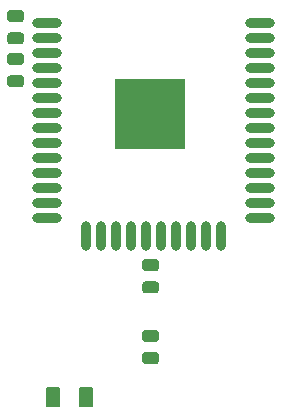
<source format=gbr>
G04 #@! TF.GenerationSoftware,KiCad,Pcbnew,(5.1.2)-1*
G04 #@! TF.CreationDate,2019-06-15T18:16:21+09:00*
G04 #@! TF.ProjectId,ESP32-breakout-THD,45535033-322d-4627-9265-616b6f75742d,rev?*
G04 #@! TF.SameCoordinates,Original*
G04 #@! TF.FileFunction,Paste,Top*
G04 #@! TF.FilePolarity,Positive*
%FSLAX46Y46*%
G04 Gerber Fmt 4.6, Leading zero omitted, Abs format (unit mm)*
G04 Created by KiCad (PCBNEW (5.1.2)-1) date 2019-06-15 18:16:21*
%MOMM*%
%LPD*%
G04 APERTURE LIST*
%ADD10C,0.100000*%
%ADD11C,1.250000*%
%ADD12O,2.500000X0.900000*%
%ADD13O,0.900000X2.500000*%
%ADD14R,6.000000X6.000000*%
%ADD15C,0.975000*%
G04 APERTURE END LIST*
D10*
G36*
X156225504Y-125872204D02*
G01*
X156249773Y-125875804D01*
X156273571Y-125881765D01*
X156296671Y-125890030D01*
X156318849Y-125900520D01*
X156339893Y-125913133D01*
X156359598Y-125927747D01*
X156377777Y-125944223D01*
X156394253Y-125962402D01*
X156408867Y-125982107D01*
X156421480Y-126003151D01*
X156431970Y-126025329D01*
X156440235Y-126048429D01*
X156446196Y-126072227D01*
X156449796Y-126096496D01*
X156451000Y-126121000D01*
X156451000Y-127371000D01*
X156449796Y-127395504D01*
X156446196Y-127419773D01*
X156440235Y-127443571D01*
X156431970Y-127466671D01*
X156421480Y-127488849D01*
X156408867Y-127509893D01*
X156394253Y-127529598D01*
X156377777Y-127547777D01*
X156359598Y-127564253D01*
X156339893Y-127578867D01*
X156318849Y-127591480D01*
X156296671Y-127601970D01*
X156273571Y-127610235D01*
X156249773Y-127616196D01*
X156225504Y-127619796D01*
X156201000Y-127621000D01*
X155451000Y-127621000D01*
X155426496Y-127619796D01*
X155402227Y-127616196D01*
X155378429Y-127610235D01*
X155355329Y-127601970D01*
X155333151Y-127591480D01*
X155312107Y-127578867D01*
X155292402Y-127564253D01*
X155274223Y-127547777D01*
X155257747Y-127529598D01*
X155243133Y-127509893D01*
X155230520Y-127488849D01*
X155220030Y-127466671D01*
X155211765Y-127443571D01*
X155205804Y-127419773D01*
X155202204Y-127395504D01*
X155201000Y-127371000D01*
X155201000Y-126121000D01*
X155202204Y-126096496D01*
X155205804Y-126072227D01*
X155211765Y-126048429D01*
X155220030Y-126025329D01*
X155230520Y-126003151D01*
X155243133Y-125982107D01*
X155257747Y-125962402D01*
X155274223Y-125944223D01*
X155292402Y-125927747D01*
X155312107Y-125913133D01*
X155333151Y-125900520D01*
X155355329Y-125890030D01*
X155378429Y-125881765D01*
X155402227Y-125875804D01*
X155426496Y-125872204D01*
X155451000Y-125871000D01*
X156201000Y-125871000D01*
X156225504Y-125872204D01*
X156225504Y-125872204D01*
G37*
D11*
X155826000Y-126746000D03*
D10*
G36*
X159025504Y-125872204D02*
G01*
X159049773Y-125875804D01*
X159073571Y-125881765D01*
X159096671Y-125890030D01*
X159118849Y-125900520D01*
X159139893Y-125913133D01*
X159159598Y-125927747D01*
X159177777Y-125944223D01*
X159194253Y-125962402D01*
X159208867Y-125982107D01*
X159221480Y-126003151D01*
X159231970Y-126025329D01*
X159240235Y-126048429D01*
X159246196Y-126072227D01*
X159249796Y-126096496D01*
X159251000Y-126121000D01*
X159251000Y-127371000D01*
X159249796Y-127395504D01*
X159246196Y-127419773D01*
X159240235Y-127443571D01*
X159231970Y-127466671D01*
X159221480Y-127488849D01*
X159208867Y-127509893D01*
X159194253Y-127529598D01*
X159177777Y-127547777D01*
X159159598Y-127564253D01*
X159139893Y-127578867D01*
X159118849Y-127591480D01*
X159096671Y-127601970D01*
X159073571Y-127610235D01*
X159049773Y-127616196D01*
X159025504Y-127619796D01*
X159001000Y-127621000D01*
X158251000Y-127621000D01*
X158226496Y-127619796D01*
X158202227Y-127616196D01*
X158178429Y-127610235D01*
X158155329Y-127601970D01*
X158133151Y-127591480D01*
X158112107Y-127578867D01*
X158092402Y-127564253D01*
X158074223Y-127547777D01*
X158057747Y-127529598D01*
X158043133Y-127509893D01*
X158030520Y-127488849D01*
X158020030Y-127466671D01*
X158011765Y-127443571D01*
X158005804Y-127419773D01*
X158002204Y-127395504D01*
X158001000Y-127371000D01*
X158001000Y-126121000D01*
X158002204Y-126096496D01*
X158005804Y-126072227D01*
X158011765Y-126048429D01*
X158020030Y-126025329D01*
X158030520Y-126003151D01*
X158043133Y-125982107D01*
X158057747Y-125962402D01*
X158074223Y-125944223D01*
X158092402Y-125927747D01*
X158112107Y-125913133D01*
X158133151Y-125900520D01*
X158155329Y-125890030D01*
X158178429Y-125881765D01*
X158202227Y-125875804D01*
X158226496Y-125872204D01*
X158251000Y-125871000D01*
X159001000Y-125871000D01*
X159025504Y-125872204D01*
X159025504Y-125872204D01*
G37*
D11*
X158626000Y-126746000D03*
D12*
X173330000Y-95110000D03*
X173330000Y-96380000D03*
X173330000Y-97650000D03*
X173330000Y-98920000D03*
X173330000Y-100190000D03*
X173330000Y-101460000D03*
X173330000Y-102730000D03*
X173330000Y-104000000D03*
X173330000Y-105270000D03*
X173330000Y-106540000D03*
X173330000Y-107810000D03*
X173330000Y-109080000D03*
X173330000Y-110350000D03*
X173330000Y-111620000D03*
D13*
X170045000Y-113110000D03*
X168775000Y-113110000D03*
X167505000Y-113110000D03*
X166235000Y-113110000D03*
X164965000Y-113110000D03*
X163695000Y-113110000D03*
X162425000Y-113110000D03*
X161155000Y-113110000D03*
X159885000Y-113110000D03*
X158615000Y-113110000D03*
D12*
X155330000Y-111620000D03*
X155330000Y-110350000D03*
X155330000Y-109080000D03*
X155330000Y-107810000D03*
X155330000Y-106540000D03*
X155330000Y-105270000D03*
X155330000Y-104000000D03*
X155330000Y-102730000D03*
X155330000Y-101460000D03*
X155330000Y-100190000D03*
X155330000Y-98920000D03*
X155330000Y-97650000D03*
X155330000Y-96380000D03*
X155330000Y-95110000D03*
D14*
X164030000Y-102810000D03*
D10*
G36*
X153134142Y-97636174D02*
G01*
X153157803Y-97639684D01*
X153181007Y-97645496D01*
X153203529Y-97653554D01*
X153225153Y-97663782D01*
X153245670Y-97676079D01*
X153264883Y-97690329D01*
X153282607Y-97706393D01*
X153298671Y-97724117D01*
X153312921Y-97743330D01*
X153325218Y-97763847D01*
X153335446Y-97785471D01*
X153343504Y-97807993D01*
X153349316Y-97831197D01*
X153352826Y-97854858D01*
X153354000Y-97878750D01*
X153354000Y-98366250D01*
X153352826Y-98390142D01*
X153349316Y-98413803D01*
X153343504Y-98437007D01*
X153335446Y-98459529D01*
X153325218Y-98481153D01*
X153312921Y-98501670D01*
X153298671Y-98520883D01*
X153282607Y-98538607D01*
X153264883Y-98554671D01*
X153245670Y-98568921D01*
X153225153Y-98581218D01*
X153203529Y-98591446D01*
X153181007Y-98599504D01*
X153157803Y-98605316D01*
X153134142Y-98608826D01*
X153110250Y-98610000D01*
X152197750Y-98610000D01*
X152173858Y-98608826D01*
X152150197Y-98605316D01*
X152126993Y-98599504D01*
X152104471Y-98591446D01*
X152082847Y-98581218D01*
X152062330Y-98568921D01*
X152043117Y-98554671D01*
X152025393Y-98538607D01*
X152009329Y-98520883D01*
X151995079Y-98501670D01*
X151982782Y-98481153D01*
X151972554Y-98459529D01*
X151964496Y-98437007D01*
X151958684Y-98413803D01*
X151955174Y-98390142D01*
X151954000Y-98366250D01*
X151954000Y-97878750D01*
X151955174Y-97854858D01*
X151958684Y-97831197D01*
X151964496Y-97807993D01*
X151972554Y-97785471D01*
X151982782Y-97763847D01*
X151995079Y-97743330D01*
X152009329Y-97724117D01*
X152025393Y-97706393D01*
X152043117Y-97690329D01*
X152062330Y-97676079D01*
X152082847Y-97663782D01*
X152104471Y-97653554D01*
X152126993Y-97645496D01*
X152150197Y-97639684D01*
X152173858Y-97636174D01*
X152197750Y-97635000D01*
X153110250Y-97635000D01*
X153134142Y-97636174D01*
X153134142Y-97636174D01*
G37*
D15*
X152654000Y-98122500D03*
D10*
G36*
X153134142Y-99511174D02*
G01*
X153157803Y-99514684D01*
X153181007Y-99520496D01*
X153203529Y-99528554D01*
X153225153Y-99538782D01*
X153245670Y-99551079D01*
X153264883Y-99565329D01*
X153282607Y-99581393D01*
X153298671Y-99599117D01*
X153312921Y-99618330D01*
X153325218Y-99638847D01*
X153335446Y-99660471D01*
X153343504Y-99682993D01*
X153349316Y-99706197D01*
X153352826Y-99729858D01*
X153354000Y-99753750D01*
X153354000Y-100241250D01*
X153352826Y-100265142D01*
X153349316Y-100288803D01*
X153343504Y-100312007D01*
X153335446Y-100334529D01*
X153325218Y-100356153D01*
X153312921Y-100376670D01*
X153298671Y-100395883D01*
X153282607Y-100413607D01*
X153264883Y-100429671D01*
X153245670Y-100443921D01*
X153225153Y-100456218D01*
X153203529Y-100466446D01*
X153181007Y-100474504D01*
X153157803Y-100480316D01*
X153134142Y-100483826D01*
X153110250Y-100485000D01*
X152197750Y-100485000D01*
X152173858Y-100483826D01*
X152150197Y-100480316D01*
X152126993Y-100474504D01*
X152104471Y-100466446D01*
X152082847Y-100456218D01*
X152062330Y-100443921D01*
X152043117Y-100429671D01*
X152025393Y-100413607D01*
X152009329Y-100395883D01*
X151995079Y-100376670D01*
X151982782Y-100356153D01*
X151972554Y-100334529D01*
X151964496Y-100312007D01*
X151958684Y-100288803D01*
X151955174Y-100265142D01*
X151954000Y-100241250D01*
X151954000Y-99753750D01*
X151955174Y-99729858D01*
X151958684Y-99706197D01*
X151964496Y-99682993D01*
X151972554Y-99660471D01*
X151982782Y-99638847D01*
X151995079Y-99618330D01*
X152009329Y-99599117D01*
X152025393Y-99581393D01*
X152043117Y-99565329D01*
X152062330Y-99551079D01*
X152082847Y-99538782D01*
X152104471Y-99528554D01*
X152126993Y-99520496D01*
X152150197Y-99514684D01*
X152173858Y-99511174D01*
X152197750Y-99510000D01*
X153110250Y-99510000D01*
X153134142Y-99511174D01*
X153134142Y-99511174D01*
G37*
D15*
X152654000Y-99997500D03*
D10*
G36*
X153134142Y-94001674D02*
G01*
X153157803Y-94005184D01*
X153181007Y-94010996D01*
X153203529Y-94019054D01*
X153225153Y-94029282D01*
X153245670Y-94041579D01*
X153264883Y-94055829D01*
X153282607Y-94071893D01*
X153298671Y-94089617D01*
X153312921Y-94108830D01*
X153325218Y-94129347D01*
X153335446Y-94150971D01*
X153343504Y-94173493D01*
X153349316Y-94196697D01*
X153352826Y-94220358D01*
X153354000Y-94244250D01*
X153354000Y-94731750D01*
X153352826Y-94755642D01*
X153349316Y-94779303D01*
X153343504Y-94802507D01*
X153335446Y-94825029D01*
X153325218Y-94846653D01*
X153312921Y-94867170D01*
X153298671Y-94886383D01*
X153282607Y-94904107D01*
X153264883Y-94920171D01*
X153245670Y-94934421D01*
X153225153Y-94946718D01*
X153203529Y-94956946D01*
X153181007Y-94965004D01*
X153157803Y-94970816D01*
X153134142Y-94974326D01*
X153110250Y-94975500D01*
X152197750Y-94975500D01*
X152173858Y-94974326D01*
X152150197Y-94970816D01*
X152126993Y-94965004D01*
X152104471Y-94956946D01*
X152082847Y-94946718D01*
X152062330Y-94934421D01*
X152043117Y-94920171D01*
X152025393Y-94904107D01*
X152009329Y-94886383D01*
X151995079Y-94867170D01*
X151982782Y-94846653D01*
X151972554Y-94825029D01*
X151964496Y-94802507D01*
X151958684Y-94779303D01*
X151955174Y-94755642D01*
X151954000Y-94731750D01*
X151954000Y-94244250D01*
X151955174Y-94220358D01*
X151958684Y-94196697D01*
X151964496Y-94173493D01*
X151972554Y-94150971D01*
X151982782Y-94129347D01*
X151995079Y-94108830D01*
X152009329Y-94089617D01*
X152025393Y-94071893D01*
X152043117Y-94055829D01*
X152062330Y-94041579D01*
X152082847Y-94029282D01*
X152104471Y-94019054D01*
X152126993Y-94010996D01*
X152150197Y-94005184D01*
X152173858Y-94001674D01*
X152197750Y-94000500D01*
X153110250Y-94000500D01*
X153134142Y-94001674D01*
X153134142Y-94001674D01*
G37*
D15*
X152654000Y-94488000D03*
D10*
G36*
X153134142Y-95876674D02*
G01*
X153157803Y-95880184D01*
X153181007Y-95885996D01*
X153203529Y-95894054D01*
X153225153Y-95904282D01*
X153245670Y-95916579D01*
X153264883Y-95930829D01*
X153282607Y-95946893D01*
X153298671Y-95964617D01*
X153312921Y-95983830D01*
X153325218Y-96004347D01*
X153335446Y-96025971D01*
X153343504Y-96048493D01*
X153349316Y-96071697D01*
X153352826Y-96095358D01*
X153354000Y-96119250D01*
X153354000Y-96606750D01*
X153352826Y-96630642D01*
X153349316Y-96654303D01*
X153343504Y-96677507D01*
X153335446Y-96700029D01*
X153325218Y-96721653D01*
X153312921Y-96742170D01*
X153298671Y-96761383D01*
X153282607Y-96779107D01*
X153264883Y-96795171D01*
X153245670Y-96809421D01*
X153225153Y-96821718D01*
X153203529Y-96831946D01*
X153181007Y-96840004D01*
X153157803Y-96845816D01*
X153134142Y-96849326D01*
X153110250Y-96850500D01*
X152197750Y-96850500D01*
X152173858Y-96849326D01*
X152150197Y-96845816D01*
X152126993Y-96840004D01*
X152104471Y-96831946D01*
X152082847Y-96821718D01*
X152062330Y-96809421D01*
X152043117Y-96795171D01*
X152025393Y-96779107D01*
X152009329Y-96761383D01*
X151995079Y-96742170D01*
X151982782Y-96721653D01*
X151972554Y-96700029D01*
X151964496Y-96677507D01*
X151958684Y-96654303D01*
X151955174Y-96630642D01*
X151954000Y-96606750D01*
X151954000Y-96119250D01*
X151955174Y-96095358D01*
X151958684Y-96071697D01*
X151964496Y-96048493D01*
X151972554Y-96025971D01*
X151982782Y-96004347D01*
X151995079Y-95983830D01*
X152009329Y-95964617D01*
X152025393Y-95946893D01*
X152043117Y-95930829D01*
X152062330Y-95916579D01*
X152082847Y-95904282D01*
X152104471Y-95894054D01*
X152126993Y-95885996D01*
X152150197Y-95880184D01*
X152173858Y-95876674D01*
X152197750Y-95875500D01*
X153110250Y-95875500D01*
X153134142Y-95876674D01*
X153134142Y-95876674D01*
G37*
D15*
X152654000Y-96363000D03*
D10*
G36*
X164564142Y-121082674D02*
G01*
X164587803Y-121086184D01*
X164611007Y-121091996D01*
X164633529Y-121100054D01*
X164655153Y-121110282D01*
X164675670Y-121122579D01*
X164694883Y-121136829D01*
X164712607Y-121152893D01*
X164728671Y-121170617D01*
X164742921Y-121189830D01*
X164755218Y-121210347D01*
X164765446Y-121231971D01*
X164773504Y-121254493D01*
X164779316Y-121277697D01*
X164782826Y-121301358D01*
X164784000Y-121325250D01*
X164784000Y-121812750D01*
X164782826Y-121836642D01*
X164779316Y-121860303D01*
X164773504Y-121883507D01*
X164765446Y-121906029D01*
X164755218Y-121927653D01*
X164742921Y-121948170D01*
X164728671Y-121967383D01*
X164712607Y-121985107D01*
X164694883Y-122001171D01*
X164675670Y-122015421D01*
X164655153Y-122027718D01*
X164633529Y-122037946D01*
X164611007Y-122046004D01*
X164587803Y-122051816D01*
X164564142Y-122055326D01*
X164540250Y-122056500D01*
X163627750Y-122056500D01*
X163603858Y-122055326D01*
X163580197Y-122051816D01*
X163556993Y-122046004D01*
X163534471Y-122037946D01*
X163512847Y-122027718D01*
X163492330Y-122015421D01*
X163473117Y-122001171D01*
X163455393Y-121985107D01*
X163439329Y-121967383D01*
X163425079Y-121948170D01*
X163412782Y-121927653D01*
X163402554Y-121906029D01*
X163394496Y-121883507D01*
X163388684Y-121860303D01*
X163385174Y-121836642D01*
X163384000Y-121812750D01*
X163384000Y-121325250D01*
X163385174Y-121301358D01*
X163388684Y-121277697D01*
X163394496Y-121254493D01*
X163402554Y-121231971D01*
X163412782Y-121210347D01*
X163425079Y-121189830D01*
X163439329Y-121170617D01*
X163455393Y-121152893D01*
X163473117Y-121136829D01*
X163492330Y-121122579D01*
X163512847Y-121110282D01*
X163534471Y-121100054D01*
X163556993Y-121091996D01*
X163580197Y-121086184D01*
X163603858Y-121082674D01*
X163627750Y-121081500D01*
X164540250Y-121081500D01*
X164564142Y-121082674D01*
X164564142Y-121082674D01*
G37*
D15*
X164084000Y-121569000D03*
D10*
G36*
X164564142Y-122957674D02*
G01*
X164587803Y-122961184D01*
X164611007Y-122966996D01*
X164633529Y-122975054D01*
X164655153Y-122985282D01*
X164675670Y-122997579D01*
X164694883Y-123011829D01*
X164712607Y-123027893D01*
X164728671Y-123045617D01*
X164742921Y-123064830D01*
X164755218Y-123085347D01*
X164765446Y-123106971D01*
X164773504Y-123129493D01*
X164779316Y-123152697D01*
X164782826Y-123176358D01*
X164784000Y-123200250D01*
X164784000Y-123687750D01*
X164782826Y-123711642D01*
X164779316Y-123735303D01*
X164773504Y-123758507D01*
X164765446Y-123781029D01*
X164755218Y-123802653D01*
X164742921Y-123823170D01*
X164728671Y-123842383D01*
X164712607Y-123860107D01*
X164694883Y-123876171D01*
X164675670Y-123890421D01*
X164655153Y-123902718D01*
X164633529Y-123912946D01*
X164611007Y-123921004D01*
X164587803Y-123926816D01*
X164564142Y-123930326D01*
X164540250Y-123931500D01*
X163627750Y-123931500D01*
X163603858Y-123930326D01*
X163580197Y-123926816D01*
X163556993Y-123921004D01*
X163534471Y-123912946D01*
X163512847Y-123902718D01*
X163492330Y-123890421D01*
X163473117Y-123876171D01*
X163455393Y-123860107D01*
X163439329Y-123842383D01*
X163425079Y-123823170D01*
X163412782Y-123802653D01*
X163402554Y-123781029D01*
X163394496Y-123758507D01*
X163388684Y-123735303D01*
X163385174Y-123711642D01*
X163384000Y-123687750D01*
X163384000Y-123200250D01*
X163385174Y-123176358D01*
X163388684Y-123152697D01*
X163394496Y-123129493D01*
X163402554Y-123106971D01*
X163412782Y-123085347D01*
X163425079Y-123064830D01*
X163439329Y-123045617D01*
X163455393Y-123027893D01*
X163473117Y-123011829D01*
X163492330Y-122997579D01*
X163512847Y-122985282D01*
X163534471Y-122975054D01*
X163556993Y-122966996D01*
X163580197Y-122961184D01*
X163603858Y-122957674D01*
X163627750Y-122956500D01*
X164540250Y-122956500D01*
X164564142Y-122957674D01*
X164564142Y-122957674D01*
G37*
D15*
X164084000Y-123444000D03*
D10*
G36*
X164564142Y-115083674D02*
G01*
X164587803Y-115087184D01*
X164611007Y-115092996D01*
X164633529Y-115101054D01*
X164655153Y-115111282D01*
X164675670Y-115123579D01*
X164694883Y-115137829D01*
X164712607Y-115153893D01*
X164728671Y-115171617D01*
X164742921Y-115190830D01*
X164755218Y-115211347D01*
X164765446Y-115232971D01*
X164773504Y-115255493D01*
X164779316Y-115278697D01*
X164782826Y-115302358D01*
X164784000Y-115326250D01*
X164784000Y-115813750D01*
X164782826Y-115837642D01*
X164779316Y-115861303D01*
X164773504Y-115884507D01*
X164765446Y-115907029D01*
X164755218Y-115928653D01*
X164742921Y-115949170D01*
X164728671Y-115968383D01*
X164712607Y-115986107D01*
X164694883Y-116002171D01*
X164675670Y-116016421D01*
X164655153Y-116028718D01*
X164633529Y-116038946D01*
X164611007Y-116047004D01*
X164587803Y-116052816D01*
X164564142Y-116056326D01*
X164540250Y-116057500D01*
X163627750Y-116057500D01*
X163603858Y-116056326D01*
X163580197Y-116052816D01*
X163556993Y-116047004D01*
X163534471Y-116038946D01*
X163512847Y-116028718D01*
X163492330Y-116016421D01*
X163473117Y-116002171D01*
X163455393Y-115986107D01*
X163439329Y-115968383D01*
X163425079Y-115949170D01*
X163412782Y-115928653D01*
X163402554Y-115907029D01*
X163394496Y-115884507D01*
X163388684Y-115861303D01*
X163385174Y-115837642D01*
X163384000Y-115813750D01*
X163384000Y-115326250D01*
X163385174Y-115302358D01*
X163388684Y-115278697D01*
X163394496Y-115255493D01*
X163402554Y-115232971D01*
X163412782Y-115211347D01*
X163425079Y-115190830D01*
X163439329Y-115171617D01*
X163455393Y-115153893D01*
X163473117Y-115137829D01*
X163492330Y-115123579D01*
X163512847Y-115111282D01*
X163534471Y-115101054D01*
X163556993Y-115092996D01*
X163580197Y-115087184D01*
X163603858Y-115083674D01*
X163627750Y-115082500D01*
X164540250Y-115082500D01*
X164564142Y-115083674D01*
X164564142Y-115083674D01*
G37*
D15*
X164084000Y-115570000D03*
D10*
G36*
X164564142Y-116958674D02*
G01*
X164587803Y-116962184D01*
X164611007Y-116967996D01*
X164633529Y-116976054D01*
X164655153Y-116986282D01*
X164675670Y-116998579D01*
X164694883Y-117012829D01*
X164712607Y-117028893D01*
X164728671Y-117046617D01*
X164742921Y-117065830D01*
X164755218Y-117086347D01*
X164765446Y-117107971D01*
X164773504Y-117130493D01*
X164779316Y-117153697D01*
X164782826Y-117177358D01*
X164784000Y-117201250D01*
X164784000Y-117688750D01*
X164782826Y-117712642D01*
X164779316Y-117736303D01*
X164773504Y-117759507D01*
X164765446Y-117782029D01*
X164755218Y-117803653D01*
X164742921Y-117824170D01*
X164728671Y-117843383D01*
X164712607Y-117861107D01*
X164694883Y-117877171D01*
X164675670Y-117891421D01*
X164655153Y-117903718D01*
X164633529Y-117913946D01*
X164611007Y-117922004D01*
X164587803Y-117927816D01*
X164564142Y-117931326D01*
X164540250Y-117932500D01*
X163627750Y-117932500D01*
X163603858Y-117931326D01*
X163580197Y-117927816D01*
X163556993Y-117922004D01*
X163534471Y-117913946D01*
X163512847Y-117903718D01*
X163492330Y-117891421D01*
X163473117Y-117877171D01*
X163455393Y-117861107D01*
X163439329Y-117843383D01*
X163425079Y-117824170D01*
X163412782Y-117803653D01*
X163402554Y-117782029D01*
X163394496Y-117759507D01*
X163388684Y-117736303D01*
X163385174Y-117712642D01*
X163384000Y-117688750D01*
X163384000Y-117201250D01*
X163385174Y-117177358D01*
X163388684Y-117153697D01*
X163394496Y-117130493D01*
X163402554Y-117107971D01*
X163412782Y-117086347D01*
X163425079Y-117065830D01*
X163439329Y-117046617D01*
X163455393Y-117028893D01*
X163473117Y-117012829D01*
X163492330Y-116998579D01*
X163512847Y-116986282D01*
X163534471Y-116976054D01*
X163556993Y-116967996D01*
X163580197Y-116962184D01*
X163603858Y-116958674D01*
X163627750Y-116957500D01*
X164540250Y-116957500D01*
X164564142Y-116958674D01*
X164564142Y-116958674D01*
G37*
D15*
X164084000Y-117445000D03*
M02*

</source>
